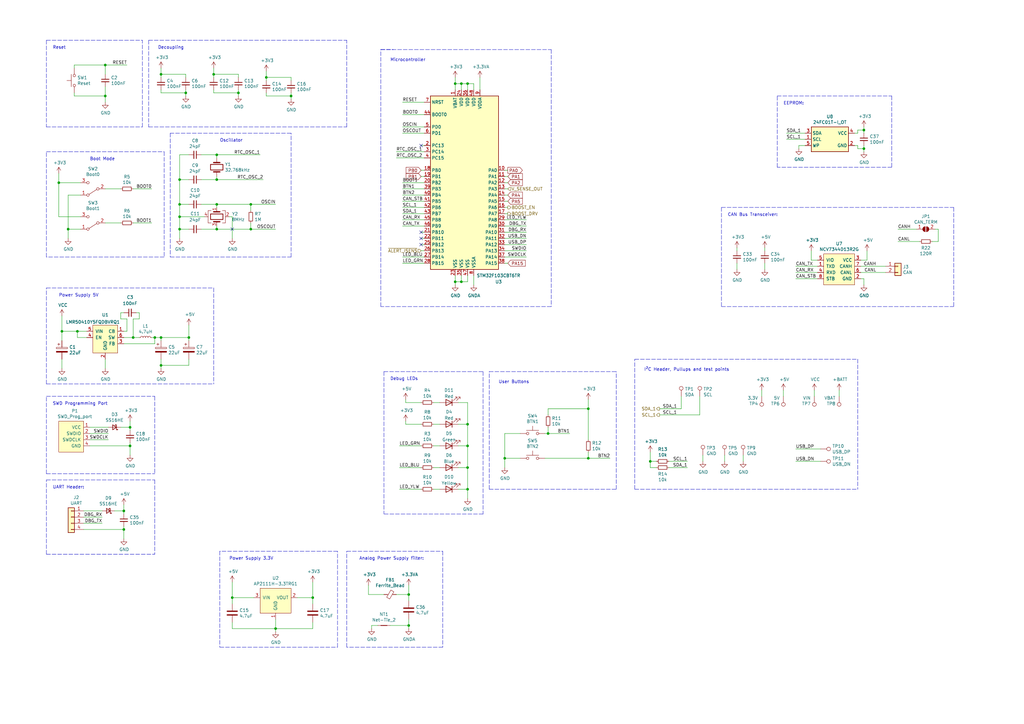
<source format=kicad_sch>
(kicad_sch (version 20211123) (generator eeschema)
  (paper "A3")
  (title_block (title "MPPT") (date "2020-11-16") (rev "Rev 2.1") (comment 1 "Wilhelm Zeuschner") (comment 2 "MPPT Solarboot Team HS Emden"))
  (junction (at 73.66 73.66))
  (junction (at 191.77 200.66))
  (junction (at 186.69 115.57))
  (junction (at 66.04 138.43))
  (junction (at 73.66 88.9))
  (junction (at 73.66 83.82))
  (junction (at 191.77 173.99))
  (junction (at 189.23 115.57))
  (junction (at 97.79 38.1))
  (junction (at 95.25 245.11))
  (junction (at 43.18 26.67))
  (junction (at 31.75 135.89))
  (junction (at 50.8 217.17))
  (junction (at 76.2 38.1))
  (junction (at 66.04 30.48))
  (junction (at 128.27 245.11))
  (junction (at 73.66 93.98))
  (junction (at 87.63 30.48))
  (junction (at 191.77 34.29))
  (junction (at 109.22 31.75))
  (junction (at 102.87 83.82))
  (junction (at 25.4 135.89))
  (junction (at 354.33 53.34))
  (junction (at 53.34 182.88))
  (junction (at 88.9 83.82))
  (junction (at 191.77 191.77))
  (junction (at 27.94 93.98))
  (junction (at 53.34 175.26))
  (junction (at 119.38 39.37))
  (junction (at 191.77 182.88))
  (junction (at 63.5 138.43))
  (junction (at 102.87 93.98))
  (junction (at 186.69 34.29))
  (junction (at 54.61 138.43))
  (junction (at 266.7 189.23))
  (junction (at 113.03 257.81))
  (junction (at 167.64 256.54))
  (junction (at 354.33 60.96))
  (junction (at 43.18 39.37))
  (junction (at 50.8 209.55))
  (junction (at 241.3 187.96))
  (junction (at 88.9 63.5))
  (junction (at 66.04 149.86))
  (junction (at 167.64 243.84))
  (junction (at 77.47 138.43))
  (junction (at 88.9 73.66))
  (junction (at 241.3 167.64))
  (junction (at 88.9 93.98))
  (junction (at 207.01 187.96))
  (junction (at 24.13 74.93))
  (junction (at 189.23 34.29))
  (junction (at 224.79 177.8))
  (no_connect (at 172.72 100.33))
  (no_connect (at 95.25 93.98))
  (no_connect (at 172.72 59.69))
  (no_connect (at 172.72 95.25))
  (no_connect (at 172.72 97.79))
  (wire (pts (xy 163.83 182.88) (xy 172.72 182.88)))
  (polyline (pts (xy 19.05 227.33) (xy 19.05 196.85)))
  (wire (pts (xy 102.87 83.82) (xy 113.03 83.82)))
  (wire (pts (xy 326.39 114.3) (xy 335.28 114.3)))
  (polyline (pts (xy 198.12 210.82) (xy 157.48 210.82)))
  (polyline (pts (xy 19.05 16.51) (xy 58.42 16.51)))
  (wire (pts (xy 207.01 77.47) (xy 208.28 77.47)))
  (polyline (pts (xy 260.35 200.66) (xy 351.79 200.66)))
  (wire (pts (xy 274.32 191.77) (xy 281.94 191.77)))
  (polyline (pts (xy 138.43 265.43) (xy 138.43 226.06)))
  (wire (pts (xy 191.77 191.77) (xy 191.77 200.66)))
  (wire (pts (xy 186.69 34.29) (xy 186.69 36.83)))
  (wire (pts (xy 52.07 135.89) (xy 52.07 130.81)))
  (wire (pts (xy 332.74 106.68) (xy 335.28 106.68)))
  (wire (pts (xy 187.96 165.1) (xy 191.77 165.1)))
  (polyline (pts (xy 142.24 226.06) (xy 181.61 226.06)))
  (wire (pts (xy 66.04 30.48) (xy 76.2 30.48)))
  (polyline (pts (xy 198.12 152.4) (xy 198.12 210.82)))
  (wire (pts (xy 73.66 73.66) (xy 73.66 83.82)))
  (wire (pts (xy 191.77 182.88) (xy 187.96 182.88)))
  (wire (pts (xy 167.64 240.03) (xy 167.64 243.84)))
  (wire (pts (xy 322.58 57.15) (xy 330.2 57.15)))
  (wire (pts (xy 207.01 92.71) (xy 215.9 92.71)))
  (wire (pts (xy 166.37 172.72) (xy 166.37 173.99)))
  (polyline (pts (xy 200.66 152.4) (xy 252.73 152.4)))
  (wire (pts (xy 196.85 31.75) (xy 196.85 36.83)))
  (wire (pts (xy 109.22 31.75) (xy 119.38 31.75)))
  (polyline (pts (xy 156.21 125.73) (xy 156.21 20.32)))
  (wire (pts (xy 207.01 69.85) (xy 208.28 69.85)))
  (wire (pts (xy 173.99 95.25) (xy 172.72 95.25)))
  (wire (pts (xy 368.3 99.06) (xy 377.19 99.06)))
  (wire (pts (xy 165.1 87.63) (xy 173.99 87.63)))
  (wire (pts (xy 93.98 88.9) (xy 95.25 88.9)))
  (wire (pts (xy 207.01 85.09) (xy 208.28 85.09)))
  (wire (pts (xy 177.8 182.88) (xy 180.34 182.88)))
  (wire (pts (xy 165.1 80.01) (xy 173.99 80.01)))
  (polyline (pts (xy 19.05 62.23) (xy 67.31 62.23)))
  (wire (pts (xy 172.72 72.39) (xy 173.99 72.39)))
  (wire (pts (xy 73.66 63.5) (xy 73.66 73.66)))
  (wire (pts (xy 266.7 185.42) (xy 266.7 189.23)))
  (wire (pts (xy 97.79 38.1) (xy 97.79 36.83)))
  (wire (pts (xy 224.79 167.64) (xy 241.3 167.64)))
  (wire (pts (xy 77.47 139.7) (xy 77.47 138.43)))
  (wire (pts (xy 82.55 63.5) (xy 88.9 63.5)))
  (wire (pts (xy 95.25 238.76) (xy 95.25 245.11)))
  (wire (pts (xy 46.99 209.55) (xy 50.8 209.55)))
  (wire (pts (xy 344.17 160.02) (xy 344.17 162.56)))
  (polyline (pts (xy 157.48 152.4) (xy 198.12 152.4)))
  (wire (pts (xy 76.2 30.48) (xy 76.2 31.75)))
  (wire (pts (xy 119.38 31.75) (xy 119.38 33.02)))
  (polyline (pts (xy 19.05 194.31) (xy 19.05 162.56)))
  (wire (pts (xy 66.04 147.32) (xy 66.04 149.86)))
  (wire (pts (xy 43.18 35.56) (xy 43.18 39.37)))
  (wire (pts (xy 109.22 33.02) (xy 109.22 31.75)))
  (wire (pts (xy 191.77 182.88) (xy 191.77 191.77)))
  (wire (pts (xy 128.27 257.81) (xy 128.27 255.27)))
  (wire (pts (xy 24.13 88.9) (xy 33.02 88.9)))
  (polyline (pts (xy 60.96 52.07) (xy 142.24 52.07)))
  (wire (pts (xy 270.51 170.18) (xy 287.02 170.18)))
  (polyline (pts (xy 63.5 196.85) (xy 63.5 227.33)))
  (wire (pts (xy 66.04 138.43) (xy 77.47 138.43)))
  (polyline (pts (xy 19.05 194.31) (xy 63.5 194.31)))
  (wire (pts (xy 191.77 200.66) (xy 191.77 204.47)))
  (wire (pts (xy 88.9 63.5) (xy 88.9 64.77)))
  (polyline (pts (xy 200.66 200.66) (xy 200.66 152.4)))
  (wire (pts (xy 186.69 115.57) (xy 186.69 116.84)))
  (wire (pts (xy 53.34 175.26) (xy 53.34 172.72)))
  (wire (pts (xy 88.9 83.82) (xy 88.9 85.09)))
  (wire (pts (xy 53.34 182.88) (xy 53.34 186.69)))
  (wire (pts (xy 87.63 31.75) (xy 87.63 30.48)))
  (wire (pts (xy 194.31 34.29) (xy 194.31 36.83)))
  (wire (pts (xy 353.06 114.3) (xy 354.33 114.3)))
  (wire (pts (xy 77.47 149.86) (xy 77.47 147.32)))
  (wire (pts (xy 151.13 240.03) (xy 151.13 243.84)))
  (wire (pts (xy 191.77 34.29) (xy 191.77 36.83)))
  (wire (pts (xy 66.04 27.94) (xy 66.04 30.48)))
  (wire (pts (xy 43.18 147.32) (xy 43.18 151.13)))
  (wire (pts (xy 165.1 105.41) (xy 173.99 105.41)))
  (wire (pts (xy 82.55 83.82) (xy 88.9 83.82)))
  (wire (pts (xy 287.02 170.18) (xy 287.02 162.56)))
  (wire (pts (xy 76.2 38.1) (xy 76.2 36.83)))
  (polyline (pts (xy 226.06 20.32) (xy 226.06 125.73)))
  (wire (pts (xy 207.01 191.77) (xy 207.01 187.96)))
  (wire (pts (xy 186.69 34.29) (xy 189.23 34.29)))
  (wire (pts (xy 104.14 245.11) (xy 95.25 245.11)))
  (polyline (pts (xy 365.76 39.37) (xy 365.76 68.58)))
  (wire (pts (xy 384.81 99.06) (xy 384.81 93.98)))
  (wire (pts (xy 194.31 113.03) (xy 194.31 116.84)))
  (wire (pts (xy 326.39 109.22) (xy 335.28 109.22)))
  (polyline (pts (xy 138.43 226.06) (xy 90.17 226.06)))
  (wire (pts (xy 165.1 82.55) (xy 173.99 82.55)))
  (wire (pts (xy 189.23 115.57) (xy 191.77 115.57)))
  (wire (pts (xy 88.9 83.82) (xy 102.87 83.82)))
  (wire (pts (xy 43.18 26.67) (xy 43.18 30.48)))
  (wire (pts (xy 128.27 245.11) (xy 121.92 245.11)))
  (wire (pts (xy 163.83 200.66) (xy 172.72 200.66)))
  (wire (pts (xy 119.38 39.37) (xy 119.38 38.1)))
  (polyline (pts (xy 19.05 196.85) (xy 63.5 196.85)))
  (wire (pts (xy 102.87 93.98) (xy 113.03 93.98)))
  (wire (pts (xy 351.79 60.96) (xy 354.33 60.96)))
  (wire (pts (xy 177.8 173.99) (xy 180.34 173.99)))
  (wire (pts (xy 53.34 176.53) (xy 53.34 175.26)))
  (wire (pts (xy 152.4 257.81) (xy 152.4 256.54)))
  (wire (pts (xy 353.06 111.76) (xy 363.22 111.76)))
  (wire (pts (xy 119.38 40.64) (xy 119.38 39.37)))
  (polyline (pts (xy 19.05 162.56) (xy 63.5 162.56)))
  (wire (pts (xy 44.45 175.26) (xy 36.83 175.26)))
  (wire (pts (xy 215.9 95.25) (xy 207.01 95.25)))
  (wire (pts (xy 167.64 256.54) (xy 167.64 257.81)))
  (wire (pts (xy 50.8 210.82) (xy 50.8 209.55)))
  (wire (pts (xy 43.18 91.44) (xy 49.53 91.44)))
  (polyline (pts (xy 295.91 85.09) (xy 391.16 85.09)))
  (polyline (pts (xy 19.05 52.07) (xy 58.42 52.07)))
  (polyline (pts (xy 90.17 265.43) (xy 138.43 265.43)))
  (wire (pts (xy 30.48 38.1) (xy 30.48 39.37)))
  (wire (pts (xy 50.8 140.97) (xy 63.5 140.97)))
  (wire (pts (xy 77.47 138.43) (xy 77.47 133.35)))
  (wire (pts (xy 25.4 147.32) (xy 25.4 151.13)))
  (wire (pts (xy 191.77 165.1) (xy 191.77 173.99)))
  (wire (pts (xy 27.94 80.01) (xy 33.02 80.01)))
  (wire (pts (xy 354.33 54.61) (xy 354.33 53.34)))
  (wire (pts (xy 41.91 209.55) (xy 34.29 209.55)))
  (wire (pts (xy 73.66 88.9) (xy 73.66 93.98)))
  (wire (pts (xy 187.96 200.66) (xy 191.77 200.66)))
  (wire (pts (xy 128.27 245.11) (xy 128.27 238.76)))
  (wire (pts (xy 66.04 36.83) (xy 66.04 38.1)))
  (wire (pts (xy 313.69 101.6) (xy 313.69 102.87)))
  (polyline (pts (xy 19.05 157.48) (xy 87.63 157.48)))
  (wire (pts (xy 66.04 38.1) (xy 76.2 38.1)))
  (wire (pts (xy 177.8 191.77) (xy 180.34 191.77)))
  (wire (pts (xy 191.77 173.99) (xy 191.77 182.88)))
  (wire (pts (xy 353.06 106.68) (xy 355.6 106.68)))
  (polyline (pts (xy 156.21 20.32) (xy 226.06 20.32)))
  (wire (pts (xy 24.13 74.93) (xy 33.02 74.93)))
  (wire (pts (xy 88.9 73.66) (xy 88.9 72.39)))
  (wire (pts (xy 95.25 257.81) (xy 113.03 257.81)))
  (polyline (pts (xy 63.5 162.56) (xy 63.5 194.31)))
  (polyline (pts (xy 19.05 105.41) (xy 19.05 62.23)))
  (polyline (pts (xy 119.38 105.41) (xy 119.38 54.61)))
  (wire (pts (xy 30.48 39.37) (xy 43.18 39.37)))
  (wire (pts (xy 54.61 130.81) (xy 54.61 138.43)))
  (polyline (pts (xy 295.91 125.73) (xy 391.16 125.73)))
  (wire (pts (xy 27.94 93.98) (xy 33.02 93.98)))
  (wire (pts (xy 35.56 138.43) (xy 31.75 138.43)))
  (wire (pts (xy 207.01 102.87) (xy 215.9 102.87)))
  (wire (pts (xy 172.72 69.85) (xy 173.99 69.85)))
  (wire (pts (xy 97.79 39.37) (xy 97.79 38.1)))
  (wire (pts (xy 34.29 217.17) (xy 50.8 217.17)))
  (wire (pts (xy 189.23 34.29) (xy 189.23 36.83)))
  (wire (pts (xy 57.15 138.43) (xy 54.61 138.43)))
  (wire (pts (xy 73.66 83.82) (xy 73.66 88.9)))
  (wire (pts (xy 384.81 99.06) (xy 382.27 99.06)))
  (wire (pts (xy 384.81 93.98) (xy 383.54 93.98)))
  (wire (pts (xy 49.53 128.27) (xy 50.8 128.27)))
  (wire (pts (xy 95.25 255.27) (xy 95.25 257.81)))
  (wire (pts (xy 274.32 189.23) (xy 281.94 189.23)))
  (wire (pts (xy 354.33 53.34) (xy 354.33 52.07)))
  (wire (pts (xy 326.39 111.76) (xy 335.28 111.76)))
  (wire (pts (xy 52.07 130.81) (xy 49.53 130.81)))
  (wire (pts (xy 302.26 101.6) (xy 302.26 102.87)))
  (wire (pts (xy 186.69 31.75) (xy 186.69 34.29)))
  (wire (pts (xy 207.01 100.33) (xy 215.9 100.33)))
  (wire (pts (xy 187.96 173.99) (xy 191.77 173.99)))
  (polyline (pts (xy 156.21 20.32) (xy 161.29 20.32)))
  (wire (pts (xy 77.47 73.66) (xy 73.66 73.66)))
  (wire (pts (xy 165.1 41.91) (xy 173.99 41.91)))
  (wire (pts (xy 27.94 93.98) (xy 27.94 80.01)))
  (wire (pts (xy 24.13 71.12) (xy 24.13 74.93)))
  (wire (pts (xy 350.52 59.69) (xy 351.79 59.69)))
  (wire (pts (xy 186.69 113.03) (xy 186.69 115.57)))
  (wire (pts (xy 88.9 93.98) (xy 102.87 93.98)))
  (wire (pts (xy 165.1 74.93) (xy 173.99 74.93)))
  (wire (pts (xy 241.3 187.96) (xy 250.19 187.96)))
  (wire (pts (xy 354.33 59.69) (xy 354.33 60.96)))
  (polyline (pts (xy 58.42 52.07) (xy 58.42 16.51)))
  (wire (pts (xy 160.02 256.54) (xy 167.64 256.54)))
  (wire (pts (xy 36.83 177.8) (xy 44.45 177.8)))
  (polyline (pts (xy 295.91 85.09) (xy 295.91 125.73)))
  (polyline (pts (xy 142.24 52.07) (xy 142.24 16.51)))
  (wire (pts (xy 88.9 63.5) (xy 106.68 63.5)))
  (wire (pts (xy 241.3 185.42) (xy 241.3 187.96)))
  (wire (pts (xy 87.63 30.48) (xy 87.63 27.94)))
  (wire (pts (xy 207.01 177.8) (xy 213.36 177.8)))
  (wire (pts (xy 57.15 130.81) (xy 54.61 130.81)))
  (wire (pts (xy 223.52 177.8) (xy 224.79 177.8)))
  (wire (pts (xy 87.63 38.1) (xy 97.79 38.1)))
  (wire (pts (xy 66.04 30.48) (xy 66.04 31.75)))
  (wire (pts (xy 43.18 77.47) (xy 49.53 77.47)))
  (wire (pts (xy 165.1 46.99) (xy 173.99 46.99)))
  (wire (pts (xy 312.42 160.02) (xy 312.42 162.56)))
  (wire (pts (xy 207.01 97.79) (xy 215.9 97.79)))
  (polyline (pts (xy 19.05 227.33) (xy 63.5 227.33)))
  (polyline (pts (xy 67.31 62.23) (xy 67.31 105.41)))
  (wire (pts (xy 165.1 90.17) (xy 173.99 90.17)))
  (wire (pts (xy 351.79 53.34) (xy 354.33 53.34)))
  (wire (pts (xy 336.55 189.23) (xy 326.39 189.23)))
  (wire (pts (xy 54.61 138.43) (xy 50.8 138.43)))
  (wire (pts (xy 30.48 26.67) (xy 43.18 26.67)))
  (wire (pts (xy 113.03 259.08) (xy 113.03 257.81)))
  (wire (pts (xy 77.47 83.82) (xy 73.66 83.82)))
  (wire (pts (xy 172.72 102.87) (xy 173.99 102.87)))
  (wire (pts (xy 97.79 30.48) (xy 97.79 31.75)))
  (polyline (pts (xy 87.63 118.11) (xy 87.63 157.48)))
  (wire (pts (xy 223.52 187.96) (xy 241.3 187.96)))
  (wire (pts (xy 43.18 41.91) (xy 43.18 39.37)))
  (polyline (pts (xy 181.61 265.43) (xy 142.24 265.43)))
  (wire (pts (xy 266.7 191.77) (xy 269.24 191.77)))
  (wire (pts (xy 95.25 88.9) (xy 95.25 97.79)))
  (wire (pts (xy 322.58 54.61) (xy 330.2 54.61)))
  (polyline (pts (xy 67.31 105.41) (xy 19.05 105.41)))
  (wire (pts (xy 207.01 80.01) (xy 208.28 80.01)))
  (wire (pts (xy 25.4 139.7) (xy 25.4 135.89)))
  (wire (pts (xy 351.79 54.61) (xy 350.52 54.61)))
  (wire (pts (xy 207.01 82.55) (xy 208.28 82.55)))
  (wire (pts (xy 270.51 167.64) (xy 279.4 167.64)))
  (wire (pts (xy 50.8 209.55) (xy 50.8 207.01)))
  (wire (pts (xy 207.01 72.39) (xy 208.28 72.39)))
  (wire (pts (xy 95.25 245.11) (xy 95.25 247.65)))
  (wire (pts (xy 162.56 243.84) (xy 167.64 243.84)))
  (wire (pts (xy 207.01 90.17) (xy 215.9 90.17)))
  (wire (pts (xy 241.3 167.64) (xy 241.3 180.34)))
  (wire (pts (xy 87.63 36.83) (xy 87.63 38.1)))
  (wire (pts (xy 88.9 93.98) (xy 88.9 92.71)))
  (wire (pts (xy 54.61 77.47) (xy 62.23 77.47)))
  (wire (pts (xy 165.1 85.09) (xy 173.99 85.09)))
  (wire (pts (xy 353.06 109.22) (xy 363.22 109.22)))
  (polyline (pts (xy 260.35 147.32) (xy 351.79 147.32)))
  (wire (pts (xy 31.75 138.43) (xy 31.75 135.89)))
  (wire (pts (xy 62.23 138.43) (xy 63.5 138.43)))
  (polyline (pts (xy 260.35 200.66) (xy 260.35 147.32)))
  (wire (pts (xy 166.37 165.1) (xy 172.72 165.1)))
  (wire (pts (xy 207.01 87.63) (xy 208.28 87.63)))
  (wire (pts (xy 351.79 53.34) (xy 351.79 54.61)))
  (wire (pts (xy 49.53 175.26) (xy 53.34 175.26)))
  (wire (pts (xy 355.6 106.68) (xy 355.6 102.87)))
  (polyline (pts (xy 226.06 125.73) (xy 156.21 125.73)))
  (polyline (pts (xy 60.96 16.51) (xy 142.24 16.51)))
  (polyline (pts (xy 351.79 147.32) (xy 351.79 200.66)))
  (wire (pts (xy 165.1 107.95) (xy 173.99 107.95)))
  (wire (pts (xy 34.29 212.09) (xy 41.91 212.09)))
  (wire (pts (xy 27.94 97.79) (xy 27.94 93.98)))
  (polyline (pts (xy 142.24 265.43) (xy 142.24 226.06)))
  (wire (pts (xy 25.4 129.54) (xy 25.4 135.89)))
  (wire (pts (xy 321.31 160.02) (xy 321.31 162.56)))
  (wire (pts (xy 269.24 189.23) (xy 266.7 189.23)))
  (wire (pts (xy 177.8 200.66) (xy 180.34 200.66)))
  (polyline (pts (xy 69.85 105.41) (xy 119.38 105.41)))
  (wire (pts (xy 297.18 189.23) (xy 297.18 186.69)))
  (wire (pts (xy 207.01 187.96) (xy 207.01 177.8)))
  (polyline (pts (xy 181.61 226.06) (xy 181.61 265.43)))
  (wire (pts (xy 189.23 113.03) (xy 189.23 115.57)))
  (wire (pts (xy 87.63 30.48) (xy 97.79 30.48)))
  (wire (pts (xy 36.83 182.88) (xy 53.34 182.88)))
  (wire (pts (xy 113.03 257.81) (xy 113.03 254)))
  (wire (pts (xy 166.37 163.83) (xy 166.37 165.1)))
  (wire (pts (xy 167.64 243.84) (xy 167.64 246.38)))
  (polyline (pts (xy 318.77 68.58) (xy 318.77 39.37)))
  (polyline (pts (xy 90.17 226.06) (xy 90.17 265.43)))
  (wire (pts (xy 44.45 180.34) (xy 36.83 180.34)))
  (wire (pts (xy 368.3 93.98) (xy 375.92 93.98)))
  (wire (pts (xy 77.47 63.5) (xy 73.66 63.5)))
  (wire (pts (xy 288.29 189.23) (xy 288.29 186.69)))
  (wire (pts (xy 162.56 64.77) (xy 173.99 64.77)))
  (wire (pts (xy 24.13 74.93) (xy 24.13 88.9)))
  (polyline (pts (xy 60.96 16.51) (xy 60.96 52.07)))
  (wire (pts (xy 189.23 34.29) (xy 191.77 34.29)))
  (wire (pts (xy 191.77 34.29) (xy 194.31 34.29)))
  (wire (pts (xy 102.87 83.82) (xy 102.87 86.36)))
  (wire (pts (xy 327.66 60.96) (xy 327.66 59.69)))
  (wire (pts (xy 332.74 102.87) (xy 332.74 106.68)))
  (wire (pts (xy 191.77 113.03) (xy 191.77 115.57)))
  (wire (pts (xy 224.79 167.64) (xy 224.79 170.18)))
  (polyline (pts (xy 69.85 54.61) (xy 69.85 105.41)))
  (wire (pts (xy 163.83 191.77) (xy 172.72 191.77)))
  (polyline (pts (xy 252.73 200.66) (xy 252.73 152.4)))
  (wire (pts (xy 25.4 135.89) (xy 31.75 135.89)))
  (wire (pts (xy 207.01 74.93) (xy 208.28 74.93)))
  (wire (pts (xy 327.66 59.69) (xy 330.2 59.69)))
  (polyline (pts (xy 19.05 157.48) (xy 19.05 118.11)))
  (wire (pts (xy 165.1 52.07) (xy 173.99 52.07)))
  (wire (pts (xy 279.4 162.56) (xy 279.4 167.64)))
  (wire (pts (xy 191.77 191.77) (xy 187.96 191.77)))
  (wire (pts (xy 172.72 100.33) (xy 173.99 100.33)))
  (wire (pts (xy 173.99 59.69) (xy 172.72 59.69)))
  (wire (pts (xy 30.48 27.94) (xy 30.48 26.67)))
  (wire (pts (xy 63.5 138.43) (xy 66.04 138.43)))
  (wire (pts (xy 88.9 73.66) (xy 107.95 73.66)))
  (polyline (pts (xy 200.66 200.66) (xy 252.73 200.66)))
  (wire (pts (xy 215.9 105.41) (xy 207.01 105.41)))
  (wire (pts (xy 109.22 39.37) (xy 119.38 39.37)))
  (wire (pts (xy 83.82 88.9) (xy 73.66 88.9)))
  (wire (pts (xy 73.66 93.98) (xy 77.47 93.98)))
  (wire (pts (xy 186.69 115.57) (xy 189.23 115.57)))
  (wire (pts (xy 351.79 59.69) (xy 351.79 60.96)))
  (polyline (pts (xy 119.38 54.61) (xy 69.85 54.61)))
  (wire (pts (xy 334.01 160.02) (xy 334.01 162.56)))
  (wire (pts (xy 207.01 107.95) (xy 208.28 107.95)))
  (wire (pts (xy 152.4 256.54) (xy 154.94 256.54)))
  (wire (pts (xy 54.61 91.44) (xy 62.23 91.44)))
  (wire (pts (xy 151.13 243.84) (xy 157.48 243.84)))
  (polyline (pts (xy 365.76 68.58) (xy 318.77 68.58)))
  (wire (pts (xy 109.22 38.1) (xy 109.22 39.37)))
  (wire (pts (xy 73.66 93.98) (xy 73.66 97.79)))
  (polyline (pts (xy 391.16 85.09) (xy 391.16 125.73)))
  (wire (pts (xy 49.53 130.81) (xy 49.53 128.27)))
  (wire (pts (xy 207.01 187.96) (xy 213.36 187.96)))
  (wire (pts (xy 50.8 217.17) (xy 50.8 220.98)))
  (wire (pts (xy 266.7 189.23) (xy 266.7 191.77)))
  (wire (pts (xy 354.33 60.96) (xy 354.33 62.23)))
  (wire (pts (xy 76.2 39.37) (xy 76.2 38.1)))
  (wire (pts (xy 177.8 165.1) (xy 180.34 165.1)))
  (polyline (pts (xy 157.48 152.4) (xy 157.48 210.82)))
  (wire (pts (xy 41.91 214.63) (xy 34.29 214.63)))
  (wire (pts (xy 66.04 138.43) (xy 66.04 139.7)))
  (wire (pts (xy 52.07 26.67) (xy 43.18 26.67)))
  (wire (pts (xy 166.37 173.99) (xy 172.72 173.99)))
  (polyline (pts (xy 318.77 39.37) (xy 365.76 39.37)))
  (wire (pts (xy 165.1 54.61) (xy 173.99 54.61)))
  (wire (pts (xy 55.88 128.27) (xy 57.15 128.27)))
  (wire (pts (xy 302.26 107.95) (xy 302.26 110.49)))
  (polyline (pts (xy 19.05 118.11) (xy 87.63 118.11)))
  (wire (pts (xy 63.5 140.97) (xy 63.5 138.43)))
  (wire (pts (xy 354.33 114.3) (xy 354.33 116.84)))
  (wire (pts (xy 102.87 93.98) (xy 102.87 91.44)))
  (wire (pts (xy 165.1 92.71) (xy 173.99 92.71)))
  (wire (pts (xy 336.55 184.15) (xy 326.39 184.15)))
  (wire (pts (xy 31.75 135.89) (xy 35.56 135.89)))
  (polyline (pts (xy 19.05 16.51) (xy 19.05 52.07)))
  (wire (pts (xy 50.8 135.89) (xy 52.07 135.89)))
  (wire (pts (xy 82.55 73.66) (xy 88.9 73.66)))
  (wire (pts (xy 241.3 163.83) (xy 241.3 167.64)))
  (wire (pts (xy 313.69 107.95) (xy 313.69 110.49)))
  (wire (pts (xy 57.15 128.27) (xy 57.15 130.81)))
  (wire (pts (xy 172.72 97.79) (xy 173.99 97.79)))
  (wire (pts (xy 113.03 257.81) (xy 128.27 257.81)))
  (wire (pts (xy 53.34 181.61) (xy 53.34 182.88)))
  (wire (pts (xy 304.8 189.23) (xy 304.8 186.69)))
  (wire (pts (xy 66.04 149.86) (xy 66.04 151.13)))
  (wire (pts (xy 224.79 175.26) (xy 224.79 177.8)))
  (wire (pts (xy 224.79 177.8) (xy 233.68 177.8)))
  (wire (pts (xy 109.22 31.75) (xy 109.22 29.21)))
  (wire (pts (xy 82.55 93.98) (xy 88.9 93.98)))
  (wire (pts (xy 167.64 254) (xy 167.64 256.54)))
  (wire (pts (xy 66.04 149.86) (xy 77.47 149.86)))
  (wire (pts (xy 50.8 215.9) (xy 50.8 217.17)))
  (wire (pts (xy 165.1 77.47) (xy 173.99 77.47)))
  (wire (pts (xy 162.56 62.23) (xy 173.99 62.23)))
  (wire (pts (xy 128.27 247.65) (xy 128.27 245.11)))
  (text "CAN Bus Transceiver:" (at 298.45 88.9 0) (effects (font (size 1.27 1.27)) (justify left bottom)))
  (text "EEPROM:" (at 321.31 43.18 0) (effects (font (size 1.27 1.27)) (justify left bottom)))
  (text "Power Supply 3.3V\n" (at 93.98 229.87 0) (effects (font (size 1.27 1.27)) (justify left bottom)))
  (text "Reset" (at 21.59 20.32 0) (effects (font (size 1.27 1.27)) (justify left bottom)))
  (text "User Buttons" (at 204.47 157.48 0) (effects (font (size 1.27 1.27)) (justify left bottom)))
  (text "Analog Power Supply filter:" (at 147.32 229.87 0) (effects (font (size 1.27 1.27)) (justify left bottom)))
  (text "Microcontroller" (at 160.02 25.4 0) (effects (font (size 1.27 1.27)) (justify left bottom)))
  (text "SWD Programming Port\n" (at 21.59 166.37 0) (effects (font (size 1.27 1.27)) (justify left bottom)))
  (text "Power Supply 5V\n" (at 24.13 121.92 0) (effects (font (size 1.27 1.27)) (justify left bottom)))
  (text "Boot Mode\n" (at 36.83 66.04 0) (effects (font (size 1.27 1.27)) (justify left bottom)))
  (text "Decoupling\n" (at 64.77 20.32 0) (effects (font (size 1.27 1.27)) (justify left bottom)))
  (text "UART Header:" (at 21.59 200.66 0) (effects (font (size 1.27 1.27)) (justify left bottom)))
  (text "Debug LEDs" (at 160.02 156.21 0) (effects (font (size 1.27 1.27)) (justify left bottom)))
  (text "I²C Header, Pullups and test points" (at 264.16 152.4 0) (effects (font (size 1.27 1.27)) (justify left bottom)))
  (text "Oscillator" (at 90.17 58.42 0) (effects (font (size 1.27 1.27)) (justify left bottom)))
  (label "CANL" (at 359.41 111.76 180))
  (label "RTC_OSC_1" (at 106.68 63.5 180))
  (label "CANH" (at 359.41 109.22 180))
  (label "SDA_1" (at 271.78 167.64 0))
  (label "CAN_TX" (at 165.1 92.71 0))
  (label "BOOT0" (at 62.23 77.47 180))
  (label "OSCOUT" (at 165.1 54.61 0))
  (label "USB_DP" (at 215.9 100.33 180))
  (label "LED_YLW" (at 163.83 200.66 0))
  (label "BTN2" (at 250.19 187.96 180))
  (label "DBG_RX" (at 41.91 212.09 180))
  (label "BTN1" (at 165.1 77.47 0))
  (label "DBG_TX" (at 41.91 214.63 180))
  (label "OSCOUT" (at 113.03 93.98 180))
  (label "SDA_1" (at 281.94 191.77 180))
  (label "BTN2" (at 165.1 80.01 0))
  (label "SWDCLK" (at 215.9 105.41 180))
  (label "USB_DN" (at 326.39 189.23 0))
  (label "SDA_1" (at 165.1 87.63 0))
  (label "RESET" (at 52.07 26.67 180))
  (label "CAN_TX" (at 326.39 109.22 0))
  (label "CAN_STB" (at 165.1 82.55 0))
  (label "SWDIO" (at 44.45 177.8 180))
  (label "USB_DP" (at 326.39 184.15 0))
  (label "RTC_OSC_2" (at 107.95 73.66 180))
  (label "LED_BLU" (at 163.83 191.77 0))
  (label "BOOT1" (at 165.1 74.93 0))
  (label "SWDIO" (at 215.9 102.87 180))
  (label "DBG_RX" (at 215.9 95.25 180))
  (label "OSCIN" (at 165.1 52.07 0))
  (label "CAN_STB" (at 326.39 114.3 0))
  (label "RTC_OSC_1" (at 162.56 62.23 0))
  (label "CAN_RX" (at 326.39 111.76 0))
  (label "OSCIN" (at 113.03 83.82 180))
  (label "RTC_OSC_2" (at 162.56 64.77 0))
  (label "SCL_1" (at 165.1 85.09 0))
  (label "LED_GRN" (at 165.1 107.95 0))
  (label "BOOT0" (at 165.1 46.99 0))
  (label "SWDCLK" (at 44.45 180.34 180))
  (label "CAN_RX" (at 165.1 90.17 0))
  (label "LED_BLU" (at 165.1 105.41 0))
  (label "SCL_1" (at 322.58 57.15 0))
  (label "CANH" (at 368.3 93.98 0))
  (label "BTN1" (at 233.68 177.8 180))
  (label "CANL" (at 368.3 99.06 0))
  (label "RESET" (at 165.1 41.91 0))
  (label "SCL_1" (at 271.78 170.18 0))
  (label "USB_DN" (at 215.9 97.79 180))
  (label "LED_GRN" (at 163.83 182.88 0))
  (label "SDA_1" (at 322.58 54.61 0))
  (label "DBG_TX" (at 215.9 92.71 180))
  (label "LED_YLW" (at 215.9 90.17 180))
  (label "BOOT1" (at 62.23 91.44 180))
  (label "SCL_1" (at 281.94 189.23 180))
  (global_label "PB1" (shape input) (at 172.72 72.39 180) (property "Intersheet References" "${INTERSHEET_REFS}" (effects hide)))
  (global_label "PA0" (shape output) (at 208.28 69.85 0) (property "Intersheet References" "${INTERSHEET_REFS}" (effects hide)))
  (global_label "PA2" (shape input) (at 208.28 74.93 0) (property "Intersheet References" "${INTERSHEET_REFS}" (effects hide)))
  (global_label "PB0" (shape input) (at 172.72 69.85 180) (property "Intersheet References" "${INTERSHEET_REFS}" (effects hide)))
  (global_label "PA15" (shape input) (at 208.28 107.95 0) (property "Intersheet References" "${INTERSHEET_REFS}" (effects hide)))
  (global_label "PA5" (shape input) (at 208.28 82.55 0) (property "Intersheet References" "${INTERSHEET_REFS}" (effects hide)))
  (global_label "PA1" (shape input) (at 208.28 72.39 0) (property "Intersheet References" "${INTERSHEET_REFS}" (effects hide)))
  (global_label "PA4" (shape input) (at 208.28 80.01 0) (property "Intersheet References" "${INTERSHEET_REFS}" (effects hide)))
  (hierarchical_label "SDA_1" (shape output) (at 270.51 167.64 180))
  (hierarchical_label "BOOST_EN" (shape output) (at 208.28 85.09 0))
  (hierarchical_label "SCL_1" (shape output) (at 270.51 170.18 180))
  (hierarchical_label "V_SENSE_OUT" (shape input) (at 208.28 77.47 0))
  (hierarchical_label "~{ALERT_ISENS}" (shape input) (at 172.72 102.87 180))
  (hierarchical_label "BOOST_DRV" (shape output) (at 208.28 87.63 0))
  (symbol (lib_id "Device:C_Small") (at 76.2 34.29 0) (unit 1)
    (property "Reference" "C6" (at 78.5368 33.1216 0) (effects (justify left)))
    (property "Value" "100nF" (at 78.5368 35.433 0) (effects (justify left)))
    (property "Footprint" "Capacitor_SMD:C_0603_1608Metric" (effects hide))
    (property "Datasheet" "https://www.digikey.ch/product-detail/en/samsung-electro-mechanics/CL10B104KB8NNNL/1276-CL10B104KB8NNNLCT-ND/10320686" (effects hide))
    (property "Manufacturer Part Number" "LMK063C6104KP-F" (effects hide))
    (property "Digikey Part No" "1276-CL10B104KB8NNNLCT-ND" (effects hide))
  )
  (symbol (lib_id "Device:C_Small") (at 87.63 34.29 0) (unit 1)
    (property "Reference" "C12" (at 89.9668 33.1216 0) (effects (justify left)))
    (property "Value" "100nF" (at 89.9668 35.433 0) (effects (justify left)))
    (property "Footprint" "Capacitor_SMD:C_0603_1608Metric" (effects hide))
    (property "Datasheet" "https://www.digikey.ch/product-detail/en/samsung-electro-mechanics/CL10B104KB8NNNL/1276-CL10B104KB8NNNLCT-ND/10320686" (effects hide))
    (property "Manufacturer Part Number" "LMK063C6104KP-F" (effects hide))
    (property "Digikey Part No" "1276-CL10B104KB8NNNLCT-ND" (effects hide))
  )
  (symbol (lib_id "Device:C_Small") (at 97.79 34.29 0) (unit 1)
    (property "Reference" "C13" (at 100.1268 33.1216 0) (effects (justify left)))
    (property "Value" "100nF" (at 100.1268 35.433 0) (effects (justify left)))
    (property "Footprint" "Capacitor_SMD:C_0603_1608Metric" (effects hide))
    (property "Datasheet" "https://www.digikey.ch/product-detail/en/samsung-electro-mechanics/CL10B104KB8NNNL/1276-CL10B104KB8NNNLCT-ND/10320686" (effects hide))
    (property "Manufacturer Part Number" "LMK063C6104KP-F" (effects hide))
    (property "Digikey Part No" "1276-CL10B104KB8NNNLCT-ND" (effects hide))
  )
  (symbol (lib_id "power:GND") (at 119.38 40.64 0) (unit 1)
    (property "Reference" "#PWR027" (effects hide))
    (property "Value" "GND" (at 119.507 45.0342 0))
  )
  (symbol (lib_id "power:+3.3V") (at 109.22 29.21 0) (unit 1)
    (property "Reference" "#PWR025" (effects hide))
    (property "Value" "+3.3V" (at 109.601 24.8158 0))
  )
  (symbol (lib_id "Device:C_Small") (at 109.22 35.56 0) (unit 1)
    (property "Reference" "C14" (at 111.5568 34.3916 0) (effects (justify left)))
    (property "Value" "100nF" (at 111.5568 36.703 0) (effects (justify left)))
    (property "Footprint" "Capacitor_SMD:C_0603_1608Metric" (effects hide))
    (property "Datasheet" "https://www.digikey.ch/product-detail/en/samsung-electro-mechanics/CL10B104KB8NNNL/1276-CL10B104KB8NNNLCT-ND/10320686" (effects hide))
    (property "Manufacturer Part Number" "LMK063C6104KP-F" (effects hide))
    (property "Digikey Part No" "1276-CL10B104KB8NNNLCT-ND" (effects hide))
  )
  (symbol (lib_id "Device:C_Small") (at 119.38 35.56 0) (unit 1)
    (property "Reference" "C16" (at 121.7168 34.3916 0) (effects (justify left)))
    (property "Value" "100nF" (at 121.7168 36.703 0) (effects (justify left)))
    (property "Footprint" "Capacitor_SMD:C_0603_1608Metric" (effects hide))
    (property "Datasheet" "https://www.digikey.ch/product-detail/en/samsung-electro-mechanics/CL10B104KB8NNNL/1276-CL10B104KB8NNNLCT-ND/10320686" (effects hide))
    (property "Manufacturer Part Number" "LMK063C6104KP-F" (effects hide))
    (property "Digikey Part No" "1276-CL10B104KB8NNNLCT-ND" (effects hide))
  )
  (symbol (lib_id "Device:C_Small") (at 43.18 33.02 0) (unit 1)
    (property "Reference" "C2" (at 45.5168 31.8516 0) (effects (justify left)))
    (property "Value" "100nF" (at 45.5168 34.163 0) (effects (justify left)))
    (property "Footprint" "Capacitor_SMD:C_0603_1608Metric" (effects hide))
    (property "Datasheet" "https://www.digikey.ch/product-detail/en/samsung-electro-mechanics/CL10B104KB8NNNL/1276-CL10B104KB8NNNLCT-ND/10320686" (effects hide))
    (property "Manufacturer Part Number" "LMK063C6104KP-F" (effects hide))
    (property "Digikey Part No" "1276-CL10B104KB8NNNLCT-ND" (effects hide))
  )
  (symbol (lib_id "Device:C_Small") (at 53.34 128.27 90) (unit 1)
    (property "Reference" "C3" (at 53.34 121.92 90))
    (property "Value" "100nF" (at 53.34 124.46 90))
    (property "Footprint" "Capacitor_SMD:C_0603_1608Metric" (effects hide))
    (property "Datasheet" "https://www.digikey.ch/product-detail/en/samsung-electro-mechanics/CL10B104KB8NNNL/1276-CL10B104KB8NNNLCT-ND/10320686" (effects hide))
    (property "Manufacturer Part Number" "LMK063C6104KP-F" (effects hide))
    (property "Digikey Part No" "1276-CL10B104KB8NNNLCT-ND" (effects hide))
  )
  (symbol (lib_id "MCU_ST_STM32F1:STM32F103CBTx") (at 191.77 74.93 0) (unit 1)
    (property "Reference" "U3" (at 204.47 115.57 0))
    (property "Value" "STM32F103CBT6TR" (at 204.47 113.03 0))
    (property "Footprint" "Package_QFP:LQFP-48_7x7mm_P0.5mm" (effects hide))
    (property "Datasheet" "https://www.digikey.de/product-detail/en/stmicroelectronics/STM32F103CBT6TR/497-17380-1-ND/7650389" (effects hide))
    (property "Digikey Part No" "497-17380-1-ND" (effects hide))
    (property "Manufacturer Part Number" "STM32F103CBT6TR" (effects hide))
  )
  (symbol (lib_id "Switch:SW_Push") (at 30.48 33.02 90) (unit 1)
    (property "Reference" "SW1" (at 31.6992 31.8516 90) (effects (justify right)))
    (property "Value" "Reset" (at 31.6992 34.163 90) (effects (justify right)))
    (property "Footprint" "MPPT_Solar_KiCAD:SW_SPST_EVQPE1" (effects hide))
    (property "Datasheet" "https://www.digikey.de/product-detail/en/c-k/PTS636-SM43J-SMTR-LFS/CKN12317-1-ND/10071752" (effects hide))
    (property "Digikey Part No" "CKN12317-1-ND" (effects hide))
    (property "Manufacturer Part Number" "CKN12317-1-ND" (effects hide))
  )
  (symbol (lib_id "power:GND") (at 43.18 41.91 0) (unit 1)
    (property "Reference" "#PWR013" (effects hide))
    (property "Value" "GND" (at 43.307 46.3042 0))
  )
  (symbol (lib_id "Switch:SW_SPDT") (at 38.1 77.47 180) (unit 1)
    (property "Reference" "SW2" (at 38.1 69.215 0))
    (property "Value" "Boot0" (at 38.1 71.5264 0))
    (property "Footprint" "MPPT_Solar_KiCAD:SW_JS202011JCQN" (effects hide))
    (property "Datasheet" "https://www.digikey.de/product-detail/en/c-k/JS202011JCQN/CKN10723CT-ND/6137637" (effects hide))
    (property "Digikey Part No" "CKN10723CT-ND" (effects hide))
    (property "Manufacturer Part Number" "JS202011JCQN" (effects hide))
  )
  (symbol (lib_id "Switch:SW_SPDT") (at 38.1 91.44 180) (unit 1)
    (property "Reference" "SW3" (at 38.1 83.185 0))
    (property "Value" "Boot1" (at 38.1 85.4964 0))
    (property "Footprint" "MPPT_Solar_KiCAD:SW_JS202011JCQN" (effects hide))
    (property "Datasheet" "https://www.digikey.de/product-detail/en/c-k/JS202011JCQN/CKN10723CT-ND/6137637" (effects hide))
    (property "Digikey Part No" "CKN10723CT-ND" (effects hide))
    (property "Manufacturer Part Number" "JS202011JCQN" (effects hide))
  )
  (symbol (lib_id "power:+3.3V") (at 24.13 71.12 0) (unit 1)
    (property "Reference" "#PWR08" (effects hide))
    (property "Value" "+3.3V" (at 24.511 66.7258 0))
  )
  (symbol (lib_id "power:GND") (at 27.94 97.79 0) (unit 1)
    (property "Reference" "#PWR010" (effects hide))
    (property "Value" "GND" (at 28.067 102.1842 0))
  )
  (symbol (lib_id "Device:L_Small") (at 59.69 138.43 90) (unit 1)
    (property "Reference" "L1" (at 59.69 133.731 90))
    (property "Value" "4.7uH" (at 59.69 136.0424 90))
    (property "Footprint" "MPPT_Solar_KiCAD:60x60mm_Inductor" (effects hide))
    (property "Datasheet" "https://www.digikey.de/product-detail/en/taiyo-yuden/NRS6028T4R7MMGK/587-2943-1-ND/2666048" (effects hide))
    (property "Manufacturer Part Number" "NRS6028T4R7MMGK" (effects hide))
    (property "Digikey Part No" "587-2943-1-ND" (effects hide))
  )
  (symbol (lib_id "Device:CP") (at 77.47 143.51 0) (unit 1)
    (property "Reference" "C7" (at 80.4672 142.3416 0) (effects (justify left)))
    (property "Value" "22uF" (at 80.4672 144.653 0) (effects (justify left)))
    (property "Footprint" "Capacitor_SMD:CP_Elec_5x5.9" (effects hide))
    (property "Datasheet" "https://www.digikey.de/product-detail/en/panasonic-electronic-components/EEE-FT1H220AR/PCE5022CT-ND/2652077" (effects hide))
    (property "Manufacturer Part Number" "865080643008" (effects hide))
    (property "Digikey Part No" "PCE5022CT-ND" (effects hide))
  )
  (symbol (lib_id "Device:CP") (at 66.04 143.51 0) (unit 1)
    (property "Reference" "C5" (at 69.0372 142.3416 0) (effects (justify left)))
    (property "Value" "22uF" (at 69.0372 144.653 0) (effects (justify left)))
    (property "Footprint" "Capacitor_SMD:CP_Elec_5x5.9" (effects hide))
    (property "Datasheet" "https://www.digikey.de/product-detail/en/panasonic-electronic-components/EEE-FT1H220AR/PCE5022CT-ND/2652077" (effects hide))
    (property "Manufacturer Part Number" "865080643008" (effects hide))
    (property "Digikey Part No" "PCE5022CT-ND" (effects hide))
  )
  (symbol (lib_id "power:GND") (at 25.4 151.13 0) (unit 1)
    (property "Reference" "#PWR09" (effects hide))
    (property "Value" "GND" (at 25.527 155.5242 0))
  )
  (symbol (lib_id "power:GND") (at 43.18 151.13 0) (unit 1)
    (property "Reference" "#PWR014" (effects hide))
    (property "Value" "GND" (at 43.307 155.5242 0))
  )
  (symbol (lib_id "power:GND") (at 66.04 151.13 0) (unit 1)
    (property "Reference" "#PWR017" (effects hide))
    (property "Value" "GND" (at 66.167 155.5242 0))
  )
  (symbol (lib_id "Device:Crystal") (at 88.9 68.58 270) (unit 1)
    (property "Reference" "Y1" (at 92.2274 67.4116 90) (effects (justify left)))
    (property "Value" "32.768kHz" (at 92.2274 69.723 90) (effects (justify left)))
    (property "Footprint" "Crystal:Crystal_SMD_MicroCrystal_CC7V-T1A-2Pin_3.2x1.5mm" (effects hide))
    (property "Datasheet" "https://www.digikey.de/product-detail/en/epson/FC-135R-32-7680KF-A3/SER4076CT-ND/5604232" (effects hide))
    (property "Manufacturer Part Number" "FC-135R 32.7680KF-A3" (effects hide))
    (property "Digikey Part No" "SER4076CT-ND" (effects hide))
  )
  (symbol (lib_id "Device:Crystal_GND24") (at 88.9 88.9 270) (unit 1)
    (property "Reference" "Y2" (at 95.0976 87.7316 90) (effects (justify left)))
    (property "Value" "8MHz" (at 95.0976 90.043 90) (effects (justify left)))
    (property "Footprint" "Crystal:Crystal_SMD_3225-4Pin_3.2x2.5mm" (effects hide))
    (property "Datasheet" "https://www.digikey.de/product-detail/en/ecs-inc/ECS-80-12-33Q-GN-TR/50-ECS-80-12-33Q-GN-CT-ND/12088513" (effects hide))
    (property "Manufacturer Part Number" "ECS-80-12-33Q-GN-TR" (effects hide))
    (property "Digikey Part No" "50-ECS-80-12-33Q-GN-CT-ND" (effects hide))
  )
  (symbol (lib_id "Device:C_Small") (at 80.01 63.5 270) (unit 1)
    (property "Reference" "C8" (at 80.01 57.6834 90))
    (property "Value" "24pF" (at 80.01 59.9948 90))
    (property "Footprint" "Capacitor_SMD:C_0603_1608Metric" (effects hide))
    (property "Datasheet" "https://www.digikey.ch/product-detail/en/samsung-electro-mechanics/CL10C240JB8NNNC/1276-1761-1-ND/3889847" (effects hide))
    (property "Manufacturer Part Number" "80-C0603C240G1HACTU" (effects hide))
    (property "Digikey Part No" "1276-1761-1-ND" (effects hide))
  )
  (symbol (lib_id "Device:C_Small") (at 80.01 73.66 270) (unit 1)
    (property "Reference" "C9" (at 80.01 67.8434 90))
    (property "Value" "24pF" (at 80.01 70.1548 90))
    (property "Footprint" "Capacitor_SMD:C_0603_1608Metric" (effects hide))
    (property "Datasheet" "https://www.digikey.ch/product-detail/en/samsung-electro-mechanics/CL10C240JB8NNNC/1276-1761-1-ND/3889847" (effects hide))
    (property "Manufacturer Part Number" "80-C0603C240G1HACTU" (effects hide))
    (property "Digikey Part No" "1276-1761-1-ND" (effects hide))
  )
  (symbol (lib_id "power:GND") (at 73.66 97.79 0) (unit 1)
    (property "Reference" "#PWR018" (effects hide))
    (property "Value" "GND" (at 73.787 102.1842 0))
  )
  (symbol (lib_id "Device:R_Small") (at 102.87 88.9 0) (unit 1)
    (property "Reference" "R7" (at 104.3686 87.7316 0) (effects (justify left)))
    (property "Value" "1M" (at 104.3686 90.043 0) (effects (justify left)))
    (property "Footprint" "Resistor_SMD:R_0603_1608Metric" (effects hide))
    (property "Datasheet" "https://www.mouser.de/ProductDetail/Yageo/RC0603FR-071ML?qs=sGAEpiMZZMvdGkrng054t8Tx25L%252BvTaRDEm8ppXZSz4%3D" (effects hide))
    (property "Manufacturer Part Number" "RC0603FR-071ML" (effects hide))
    (property "Digikey Part No" "311-1.00MHRCT-ND" (effects hide))
  )
  (symbol (lib_id "MPPT_Solar_lib:SWD_Prog_port") (at 29.21 179.07 0) (unit 1)
    (property "Reference" "P1" (at 30.6832 168.529 0))
    (property "Value" "SWD_Prog_port" (at 30.6832 170.8404 0))
    (property "Footprint" "Connector_PinSocket_2.54mm:PinSocket_1x04_P2.54mm_Vertical" (effects hide))
    (property "Datasheet" "https://www.digikey.de/product-detail/en/adam-tech/RS1-04-G/2057-RS1-04-G-ND/9829303" (effects hide))
    (property "Digikey Part No" "2057-RS1-04-G-ND" (effects hide))
    (property "Manufacturer Part Number" "RS1-04-G" (effects hide))
  )
  (symbol (lib_id "power:GND") (at 53.34 186.69 0) (unit 1)
    (property "Reference" "#PWR023" (effects hide))
    (property "Value" "GND" (at 53.467 191.0842 0))
  )
  (symbol (lib_id "power:+3.3V") (at 53.34 172.72 0) (unit 1)
    (property "Reference" "#PWR022" (effects hide))
    (property "Value" "+3.3V" (at 53.721 168.3258 0))
  )
  (symbol (lib_id "Device:C_Small") (at 66.04 34.29 0) (unit 1)
    (property "Reference" "C4" (at 68.3768 33.1216 0) (effects (justify left)))
    (property "Value" "100nF" (at 68.3768 35.433 0) (effects (justify left)))
    (property "Footprint" "Capacitor_SMD:C_0603_1608Metric" (effects hide))
    (property "Datasheet" "https://www.digikey.ch/product-detail/en/samsung-electro-mechanics/CL10B104KB8NNNL/1276-CL10B104KB8NNNLCT-ND/10320686" (effects hide))
    (property "Manufacturer Part Number" "LMK063C6104KP-F" (effects hide))
    (property "Digikey Part No" "1276-CL10B104KB8NNNLCT-ND" (effects hide))
  )
  (symbol (lib_id "power:GND") (at 97.79 39.37 0) (unit 1)
    (property "Reference" "#PWR024" (effects hide))
    (property "Value" "GND" (at 97.917 43.7642 0))
  )
  (symbol (lib_id "power:GND") (at 76.2 39.37 0) (unit 1)
    (property "Reference" "#PWR019" (effects hide))
    (property "Value" "GND" (at 76.327 43.7642 0))
  )
  (symbol (lib_id "power:+3.3V") (at 66.04 27.94 0) (unit 1)
    (property "Reference" "#PWR016" (effects hide))
    (property "Value" "+3.3V" (at 66.421 23.5458 0))
  )
  (symbol (lib_id "power:+3.3V") (at 87.63 27.94 0) (unit 1)
    (property "Reference" "#PWR021" (effects hide))
    (property "Value" "+3.3V" (at 88.011 23.5458 0))
  )
  (symbol (lib_id "power:GND") (at 186.69 116.84 0) (unit 1)
    (property "Reference" "#PWR034" (effects hide))
    (property "Value" "GND" (at 186.817 121.2342 0))
  )
  (symbol (lib_id "power:+3.3V") (at 186.69 31.75 0) (unit 1)
    (property "Reference" "#PWR033" (effects hide))
    (property "Value" "+3.3V" (at 187.071 27.3558 0))
  )
  (symbol (lib_id "power:+5V") (at 77.47 133.35 0) (unit 1)
    (property "Reference" "#PWR020" (effects hide))
    (property "Value" "+5V" (at 77.851 128.9558 0))
  )
  (symbol (lib_id "MPPT_Solar_lib:AP2114H-3.3TRG1") (at 113.03 252.73 0) (unit 1)
    (property "Reference" "U2" (at 113.03 237.109 0))
    (property "Value" "AP2111H-3.3TRG1" (at 113.03 239.4204 0))
    (property "Footprint" "Package_TO_SOT_SMD:SOT-223-3_TabPin2" (effects hide))
    (property "Datasheet" "https://www.mouser.de/datasheet/2/115/AP2114-271472.pdf" (effects hide))
    (property "Digikey Part No" "AP2111H-3.3TRG1DICT-ND" (effects hide))
    (property "Manufacturer Part Number" "AP2111H-3.3TRG1" (effects hide))
  )
  (symbol (lib_id "power:+5V") (at 95.25 238.76 0) (unit 1)
    (property "Reference" "#PWR026" (effects hide))
    (property "Value" "+5V" (at 95.631 234.3658 0))
  )
  (symbol (lib_id "power:GND") (at 113.03 259.08 0) (unit 1)
    (property "Reference" "#PWR028" (effects hide))
    (property "Value" "GND" (at 113.157 263.4742 0))
  )
  (symbol (lib_id "Device:C") (at 95.25 251.46 0) (unit 1)
    (property "Reference" "C15" (at 98.171 250.2916 0) (effects (justify left)))
    (property "Value" "4.7uF" (at 98.171 252.603 0) (effects (justify left)))
    (property "Footprint" "Capacitor_SMD:C_0805_2012Metric" (effects hide))
    (property "Datasheet" "https://www.digikey.ch/product-detail/en/samsung-electro-mechanics/CL21A475KAQNNNE/1276-1244-1-ND/3889330" (effects hide))
    (property "Manufacturer Part Number" "885012107013" (effects hide))
    (property "Digikey Part No" "1276-1244-1-ND" (effects hide))
  )
  (symbol (lib_id "Device:C") (at 128.27 251.46 0) (unit 1)
    (property "Reference" "C17" (at 131.191 250.2916 0) (effects (justify left)))
    (property "Value" "4.7uF" (at 131.191 252.603 0) (effects (justify left)))
    (property "Footprint" "Capacitor_SMD:C_0805_2012Metric" (effects hide))
    (property "Datasheet" "https://www.digikey.ch/product-detail/en/samsung-electro-mechanics/CL21A475KAQNNNE/1276-1244-1-ND/3889330" (effects hide))
    (property "Manufacturer Part Number" "885012107013" (effects hide))
    (property "Digikey Part No" "1276-1244-1-ND" (effects hide))
  )
  (symbol (lib_id "power:+3.3V") (at 128.27 238.76 0) (unit 1)
    (property "Reference" "#PWR029" (effects hide))
    (property "Value" "+3.3V" (at 128.651 234.3658 0))
  )
  (symbol (lib_id "power:+3.3V") (at 166.37 172.72 0) (unit 1)
    (property "Reference" "#PWR030" (effects hide))
    (property "Value" "+3.3V" (at 166.751 168.3258 0))
  )
  (symbol (lib_id "Device:LED") (at 184.15 173.99 180) (unit 1)
    (property "Reference" "D4" (at 184.15 168.91 0))
    (property "Value" "Red" (at 184.15 171.45 0))
    (property "Footprint" "LED_SMD:LED_0805_2012Metric" (effects hide))
    (property "Datasheet" "https://www.digikey.de/product-detail/en/würth-elektronik/150080RS75000/732-4984-1-ND/4489916" (effects hide))
    (property "Manufacturer Part Number" "150080RS75000" (effects hide))
    (property "Digikey Part No" "732-4984-1-ND" (effects hide))
  )
  (symbol (lib_id "power:GND") (at 191.77 204.47 0) (unit 1)
    (property "Reference" "#PWR031" (effects hide))
    (property "Value" "GND" (at 191.897 208.8642 0))
  )
  (symbol (lib_id "Device:LED") (at 184.15 182.88 180) (unit 1)
    (property "Reference" "D5" (at 184.15 177.8 0))
    (property "Value" "Green" (at 184.15 180.34 0))
    (property "Footprint" "LED_SMD:LED_0805_2012Metric" (effects hide))
    (property "Datasheet" "https://www.digikey.de/product-detail/en/würth-elektronik/150080GS75000/732-4983-1-ND/4489913" (effects hide))
    (property "Manufacturer Part Number" "150080GS75000" (effects hide))
    (property "Digikey Part No" "732-4983-1-ND" (effects hide))
  )
  (symbol (lib_id "Device:LED") (at 184.15 191.77 180) (unit 1)
    (property "Reference" "D6" (at 184.15 186.69 0))
    (property "Value" "Blue" (at 184.15 189.23 0))
    (property "Footprint" "LED_SMD:LED_0805_2012Metric" (effects hide))
    (property "Datasheet" "https://www.digikey.de/product-detail/en/würth-elektronik/150080BS75000/732-4982-1-ND/4489910" (effects hide))
    (property "Manufacturer Part Number" "150080BS75000" (effects hide))
    (property "Digikey Part No" "732-4982-1-ND" (effects hide))
  )
  (symbol (lib_id "power:+3.3V") (at 266.7 185.42 0) (unit 1)
    (property "Reference" "#PWR038" (effects hide))
    (property "Value" "+3.3V" (at 267.081 181.0258 0))
  )
  (symbol (lib_id "Switch:SW_Push") (at 218.44 177.8 0) (unit 1)
    (property "Reference" "SW4" (at 218.44 170.561 0))
    (property "Value" "BTN1" (at 218.44 172.8724 0))
    (property "Footprint" "MPPT_Solar_KiCAD:SW_SPST_EVQPE1" (effects hide))
    (property "Datasheet" "https://www.digikey.de/product-detail/en/c-k/PTS636-SM43J-SMTR-LFS/CKN12317-1-ND/10071752" (effects hide))
    (property "Digikey Part No" "CKN12317-1-ND" (effects hide))
    (property "Manufacturer Part Number" "CKN12317-1-ND" (effects hide))
  )
  (symbol (lib_id "Switch:SW_Push") (at 218.44 187.96 0) (unit 1)
    (property "Reference" "SW5" (at 218.44 180.721 0))
    (property "Value" "BTN2" (at 218.44 183.0324 0))
    (property "Footprint" "MPPT_Solar_KiCAD:SW_SPST_EVQPE1" (effects hide))
    (property "Datasheet" "https://www.digikey.de/product-detail/en/c-k/PTS636-SM43J-SMTR-LFS/CKN12317-1-ND/10071752" (effects hide))
    (property "Digikey Part No" "CKN12317-1-ND" (effects hide))
    (property "Manufacturer Part Number" "CKN12317-1-ND" (effects hide))
  )
  (symbol (lib_id "power:GND") (at 207.01 191.77 0) (unit 1)
    (property "Reference" "#PWR032" (effects hide))
    (property "Value" "GND" (at 207.137 196.1642 0))
  )
  (symbol (lib_id "power:+3.3V") (at 241.3 163.83 0) (unit 1)
    (property "Reference" "#PWR036" (effects hide))
    (property "Value" "+3.3V" (at 241.681 159.4358 0))
  )
  (symbol (lib_id "Device:CP") (at 25.4 143.51 0) (unit 1)
    (property "Reference" "C1" (at 28.3972 142.3416 0) (effects (justify left)))
    (property "Value" "22uF" (at 28.3972 144.653 0) (effects (justify left)))
    (property "Footprint" "Capacitor_SMD:CP_Elec_5x5.9" (effects hide))
    (property "Datasheet" "https://www.digikey.de/product-detail/en/panasonic-electronic-components/EEE-FT1H220AR/PCE5022CT-ND/2652077" (effects hide))
    (property "Manufacturer Part Number" "865080643008" (effects hide))
    (property "Digikey Part No" "PCE5022CT-ND" (effects hide))
  )
  (symbol (lib_id "Device:C_Small") (at 80.01 93.98 270) (unit 1)
    (property "Reference" "C11" (at 80.01 87.63 90))
    (property "Value" "24pF" (at 80.01 90.17 90))
    (property "Footprint" "Capacitor_SMD:C_0603_1608Metric" (effects hide))
    (property "Datasheet" "https://www.digikey.ch/product-detail/en/samsung-electro-mechanics/CL10C240JB8NNNC/1276-1761-1-ND/3889847" (effects hide))
    (property "Manufacturer Part Number" "80-C0603C240G1HACTU" (effects hide))
    (property "Digikey Part No" "1276-1761-1-ND" (effects hide))
  )
  (symbol (lib_id "Device:C_Small") (at 80.01 83.82 270) (unit 1)
    (property "Reference" "C10" (at 80.01 78.0034 90))
    (property "Value" "24pF" (at 80.01 80.3148 90))
    (property "Footprint" "Capacitor_SMD:C_0603_1608Metric" (effects hide))
    (property "Datasheet" "https://www.digikey.ch/product-detail/en/samsung-electro-mechanics/CL10C240JB8NNNC/1276-1761-1-ND/3889847" (effects hide))
    (property "Manufacturer Part Number" "80-C0603C240G1HACTU" (effects hide))
    (property "Digikey Part No" "1276-1761-1-ND" (effects hide))
  )
  (symbol (lib_id "power:+3.3VA") (at 196.85 31.75 0) (unit 1)
    (property "Reference" "#PWR0108" (effects hide))
    (property "Value" "+3.3VA" (at 197.231 27.3558 0))
  )
  (symbol (lib_id "power:GND") (at 313.69 110.49 0) (unit 1)
    (property "Reference" "#PWR0109" (effects hide))
    (property "Value" "GND" (at 313.817 114.8842 0))
  )
  (symbol (lib_id "Device:C_Small") (at 313.69 105.41 0) (unit 1)
    (property "Reference" "C34" (at 316.0268 104.2416 0) (effects (justify left)))
    (property "Value" "100nF" (at 316.0268 106.553 0) (effects (justify left)))
    (property "Footprint" "Capacitor_SMD:C_0603_1608Metric" (effects hide))
    (property "Datasheet" "https://www.digikey.ch/product-detail/en/samsung-electro-mechanics/CL10B104KB8NNNL/1276-CL10B104KB8NNNLCT-ND/10320686" (effects hide))
    (property "Manufacturer Part Number" "LMK063C6104KP-F" (effects hide))
    (property "Digikey Part No" "1276-CL10B104KB8NNNLCT-ND" (effects hide))
  )
  (symbol (lib_id "Device:R_Small") (at 52.07 77.47 270) (unit 1)
    (property "Reference" "R5" (at 52.07 72.4916 90))
    (property "Value" "10k" (at 52.07 74.803 90))
    (property "Footprint" "Resistor_SMD:R_0603_1608Metric" (effects hide))
    (property "Datasheet" "https://www.mouser.de/ProductDetail/Yageo/RC0603FR-0710KL?qs=sGAEpiMZZMvdGkrng054t%252BZQNaZdkHZDFRS%252Bk3sHilE%3D" (effects hide))
    (property "Manufacturer Part Number" "RC0603FR-0710KL" (effects hide))
    (property "Digikey Part No" "311-10.0KHRCT-ND" (effects hide))
  )
  (symbol (lib_id "Device:R_Small") (at 52.07 91.44 270) (unit 1)
    (property "Reference" "R6" (at 52.07 86.4616 90))
    (property "Value" "10k" (at 52.07 88.773 90))
    (property "Footprint" "Resistor_SMD:R_0603_1608Metric" (effects hide))
    (property "Datasheet" "https://www.mouser.de/ProductDetail/Yageo/RC0603FR-0710KL?qs=sGAEpiMZZMvdGkrng054t%252BZQNaZdkHZDFRS%252Bk3sHilE%3D" (effects hide))
    (property "Manufacturer Part Number" "RC0603FR-0710KL" (effects hide))
    (property "Digikey Part No" "311-10.0KHRCT-ND" (effects hide))
  )
  (symbol (lib_id "power:GND") (at 95.25 97.79 0) (unit 1)
    (property "Reference" "#PWR0107" (effects hide))
    (property "Value" "GND" (at 95.377 102.1842 0))
  )
  (symbol (lib_id "Connector:TestPoint") (at 279.4 162.56 0) (unit 1)
    (property "Reference" "TP1" (at 280.8732 159.5628 0) (effects (justify left)))
    (property "Value" "SDA" (at 280.8732 161.8742 0) (effects (justify left)))
    (property "Footprint" "TestPoint:TestPoint_Pad_D1.0mm" (effects hide))
    (property "Config" "dnf" (effects hide))
  )
  (symbol (lib_id "power:GNDA") (at 194.31 116.84 0) (unit 1)
    (property "Reference" "#PWR0116" (effects hide))
    (property "Value" "GNDA" (at 194.437 121.2342 0))
  )
  (symbol (lib_id "Connector:TestPoint") (at 287.02 162.56 0) (unit 1)
    (property "Reference" "TP2" (at 288.4932 159.5628 0) (effects (justify left)))
    (property "Value" "SCL" (at 288.4932 161.8742 0) (effects (justify left)))
    (property "Footprint" "TestPoint:TestPoint_Pad_D1.0mm" (effects hide))
    (property "Config" "dnf" (effects hide))
  )
  (symbol (lib_id "Device:R_Small") (at 224.79 172.72 180) (unit 1)
    (property "Reference" "R11" (at 226.2886 171.5516 0) (effects (justify right)))
    (property "Value" "10k" (at 226.2886 173.863 0) (effects (justify right)))
    (property "Footprint" "Resistor_SMD:R_0603_1608Metric" (effects hide))
    (property "Datasheet" "https://www.mouser.de/ProductDetail/Yageo/RC0603FR-0710KL?qs=sGAEpiMZZMvdGkrng054t%252BZQNaZdkHZDFRS%252Bk3sHilE%3D" (effects hide))
    (property "Manufacturer Part Number" "RC0603FR-0710KL" (effects hide))
    (property "Digikey Part No" "311-10.0KHRCT-ND" (effects hide))
  )
  (symbol (lib_id "power:GND") (at 354.33 116.84 0) (unit 1)
    (property "Reference" "#PWR0110" (effects hide))
    (property "Value" "GND" (at 354.457 121.2342 0))
  )
  (symbol (lib_id "Device:R_Small") (at 241.3 182.88 180) (unit 1)
    (property "Reference" "R12" (at 242.7986 181.7116 0) (effects (justify right)))
    (property "Value" "10k" (at 242.7986 184.023 0) (effects (justify right)))
    (property "Footprint" "Resistor_SMD:R_0603_1608Metric" (effects hide))
    (property "Datasheet" "https://www.mouser.de/ProductDetail/Yageo/RC0603FR-0710KL?qs=sGAEpiMZZMvdGkrng054t%252BZQNaZdkHZDFRS%252Bk3sHilE%3D" (effects hide))
    (property "Manufacturer Part Number" "RC0603FR-0710KL" (effects hide))
    (property "Digikey Part No" "311-10.0KHRCT-ND" (effects hide))
  )
  (symbol (lib_id "Device:Ferrite_Bead_Small") (at 160.02 243.84 270) (unit 1)
    (property "Reference" "FB1" (at 160.02 237.8202 90))
    (property "Value" "Ferrite_Bead" (at 160.02 240.1316 90))
    (property "Footprint" "Inductor_SMD:L_0603_1608Metric" (effects hide))
    (property "Datasheet" "https://www.digikey.de/product-detail/en/murata-electronics/BLM18TG102TN1D/490-9701-1-ND/4934841" (effects hide))
    (property "Digikey Part No" "490-9701-1-ND" (effects hide))
    (property "Manufacturer Part Number" "BLM18TG102TN1D" (effects hide))
  )
  (symbol (lib_id "Device:C") (at 167.64 250.19 0) (unit 1)
    (property "Reference" "C36" (at 170.561 249.0216 0) (effects (justify left)))
    (property "Value" "4.7uF" (at 170.561 251.333 0) (effects (justify left)))
    (property "Footprint" "Capacitor_SMD:C_0805_2012Metric" (effects hide))
    (property "Datasheet" "https://www.digikey.ch/product-detail/en/samsung-electro-mechanics/CL21A475KAQNNNE/1276-1244-1-ND/3889330" (effects hide))
    (property "Manufacturer Part Number" "885012107013" (effects hide))
    (property "Digikey Part No" "1276-1244-1-ND" (effects hide))
  )
  (symbol (lib_id "Device:R_Small") (at 271.78 189.23 270) (unit 1)
    (property "Reference" "R13" (at 271.78 184.2516 90))
    (property "Value" "10k" (at 271.78 186.563 90))
    (property "Footprint" "Resistor_SMD:R_0603_1608Metric" (effects hide))
    (property "Datasheet" "https://www.mouser.de/ProductDetail/Yageo/RC0603FR-0710KL?qs=sGAEpiMZZMvdGkrng054t%252BZQNaZdkHZDFRS%252Bk3sHilE%3D" (effects hide))
    (property "Manufacturer Part Number" "RC0603FR-0710KL" (effects hide))
    (property "Digikey Part No" "311-10.0KHRCT-ND" (effects hide))
  )
  (symbol (lib_id "Device:R_Small") (at 271.78 191.77 270) (unit 1)
    (property "Reference" "R14" (at 271.78 194.4116 90))
    (property "Value" "10k" (at 271.78 196.723 90))
    (property "Footprint" "Resistor_SMD:R_0603_1608Metric" (effects hide))
    (property "Datasheet" "https://www.mouser.de/ProductDetail/Yageo/RC0603FR-0710KL?qs=sGAEpiMZZMvdGkrng054t%252BZQNaZdkHZDFRS%252Bk3sHilE%3D" (effects hide))
    (property "Manufacturer Part Number" "RC0603FR-0710KL" (effects hide))
    (property "Digikey Part No" "311-10.0KHRCT-ND" (effects hide))
  )
  (symbol (lib_id "power:GNDA") (at 167.64 257.81 0) (unit 1)
    (property "Reference" "#PWR0117" (effects hide))
    (property "Value" "GNDA" (at 167.767 262.2042 0))
  )
  (symbol (lib_id "power:+3.3VA") (at 167.64 240.03 0) (unit 1)
    (property "Reference" "#PWR0118" (effects hide))
    (property "Value" "+3.3VA" (at 168.021 235.6358 0))
  )
  (symbol (lib_id "Device:LED") (at 184.15 200.66 180) (unit 1)
    (property "Reference" "D10" (at 184.15 195.58 0))
    (property "Value" "Yellow" (at 184.15 198.12 0))
    (property "Footprint" "LED_SMD:LED_0805_2012Metric" (effects hide))
    (property "Datasheet" "https://www.digikey.de/product-detail/en/würth-elektronik/150080YS75000/732-4987-1-ND/4489925" (effects hide))
    (property "Manufacturer Part Number" "150080YS75000" (effects hide))
    (property "Digikey Part No" "732-4987-1-ND" (effects hide))
  )
  (symbol (lib_id "Device:R_Small") (at 379.73 99.06 90) (unit 1)
    (property "Reference" "R22" (at 379.73 101.7016 90))
    (property "Value" "120R" (at 379.73 104.013 90))
    (property "Footprint" "Resistor_SMD:R_1206_3216Metric" (effects hide))
    (property "Datasheet" "https://www.digikey.de/product-detail/en/yageo/RC1206FR-07120RL/311-120FRCT-ND/731470" (effects hide))
    (property "Digikey Part No" "311-120FRCT-ND" (effects hide))
    (property "Manufacturer Part Number" "RC1206FR-07120RL" (effects hide))
  )
  (symbol (lib_id "Jumper:SolderJumper_2_Open") (at 379.73 93.98 0) (unit 1)
    (property "Reference" "JP1" (at 379.73 88.773 0))
    (property "Value" "CAN_TERM" (at 379.73 91.0844 0))
    (property "Footprint" "Jumper:SolderJumper-2_P1.3mm_Open_RoundedPad1.0x1.5mm" (effects hide))
    (property "Config" "dnf" (effects hide))
  )
  (symbol (lib_id "power:VCC") (at 25.4 129.54 0) (unit 1)
    (property "Reference" "#PWR0101" (effects hide))
    (property "Value" "VCC" (at 25.781 125.1458 0))
  )
  (symbol (lib_id "Device:D_Schottky_Small") (at 46.99 175.26 180) (unit 1)
    (property "Reference" "D3" (at 46.99 170.0022 0))
    (property "Value" "SS16HE" (at 46.99 172.3136 0))
    (property "Footprint" "Diode_SMD:D_SOD-323" (effects hide))
    (property "Datasheet" "https://www.digikey.de/product-detail/en/on-semiconductor/SS16HE/SS16HECT-ND/6009714" (effects hide))
    (property "Manufacturer Part Number" "SS16HE" (effects hide))
    (property "Digikey Part No" "SS16HECT-ND" (effects hide))
  )
  (symbol (lib_id "power:+3.3V") (at 151.13 240.03 0) (unit 1)
    (property "Reference" "#PWR0119" (effects hide))
    (property "Value" "+3.3V" (at 151.511 235.6358 0))
  )
  (symbol (lib_id "Device:R_Small") (at 175.26 173.99 270) (unit 1)
    (property "Reference" "R8" (at 175.26 169.0116 90))
    (property "Value" "10k" (at 175.26 171.323 90))
    (property "Footprint" "Resistor_SMD:R_0603_1608Metric" (effects hide))
    (property "Datasheet" "https://www.mouser.de/ProductDetail/Yageo/RC0603FR-0710KL?qs=sGAEpiMZZMvdGkrng054t%252BZQNaZdkHZDFRS%252Bk3sHilE%3D" (effects hide))
    (property "Manufacturer Part Number" "RC0603FR-0710KL" (effects hide))
    (property "Digikey Part No" "311-10.0KHRCT-ND" (effects hide))
  )
  (symbol (lib_id "Device:LED") (at 184.15 165.1 180) (unit 1)
    (property "Reference" "D11" (at 184.15 160.02 0))
    (property "Value" "Red" (at 184.15 162.56 0))
    (property "Footprint" "LED_SMD:LED_0805_2012Metric" (effects hide))
    (property "Datasheet" "https://www.digikey.de/product-detail/en/würth-elektronik/150080RS75000/732-4984-1-ND/4489916" (effects hide))
    (property "Manufacturer Part Number" "150080RS75000" (effects hide))
    (property "Digikey Part No" "732-4984-1-ND" (effects hide))
  )
  (symbol (lib_id "Device:R_Small") (at 175.26 165.1 270) (unit 1)
    (property "Reference" "R4" (at 175.26 160.1216 90))
    (property "Value" "10k" (at 175.26 162.433 90))
    (property "Footprint" "Resistor_SMD:R_0603_1608Metric" (effects hide))
    (property "Datasheet" "https://www.mouser.de/ProductDetail/Yageo/RC0603FR-0710KL?qs=sGAEpiMZZMvdGkrng054t%252BZQNaZdkHZDFRS%252Bk3sHilE%3D" (effects hide))
    (property "Manufacturer Part Number" "RC0603FR-0710KL" (effects hide))
    (property "Digikey Part No" "311-10.0KHRCT-ND" (effects hide))
  )
  (symbol (lib_id "MPPT_Solar_lib:NCV7344D13R2G") (at 344.17 110.49 0) (unit 1)
    (property "Reference" "U7" (at 344.17 99.949 0))
    (property "Value" "NCV7344D13R2G" (at 344.17 102.2604 0))
    (property "Footprint" "Package_SO:SOIC-8_3.9x4.9mm_P1.27mm" (effects hide))
    (property "Datasheet" "https://www.digikey.de/product-detail/en/on-semiconductor/NCV7344D13R2G/NCV7344D13R2GOSCT-ND/9923536" (effects hide))
    (property "Digikey Part No" "NCV7344D13R2GOSCT-ND" (effects hide))
    (property "Manufacturer Part Number" "NCV7344D13R2G" (effects hide))
  )
  (symbol (lib_id "power:+5V") (at 166.37 163.83 0) (unit 1)
    (property "Reference" "#PWR035" (effects hide))
    (property "Value" "+5V" (at 166.751 159.4358 0))
  )
  (symbol (lib_id "Device:C_Small") (at 53.34 179.07 0) (unit 1)
    (property "Reference" "C18" (at 55.6768 177.9016 0) (effects (justify left)))
    (property "Value" "100nF" (at 55.6768 180.213 0) (effects (justify left)))
    (property "Footprint" "Capacitor_SMD:C_0603_1608Metric" (effects hide))
    (property "Datasheet" "https://www.digikey.ch/product-detail/en/samsung-electro-mechanics/CL10B104KB8NNNL/1276-CL10B104KB8NNNLCT-ND/10320686" (effects hide))
    (property "Manufacturer Part Number" "LMK063C6104KP-F" (effects hide))
    (property "Digikey Part No" "1276-CL10B104KB8NNNLCT-ND" (effects hide))
  )
  (symbol (lib_id "MPPT_Solar_lib:24FC01T-I_OT") (at 340.36 57.15 0) (unit 1)
    (property "Reference" "U8" (at 340.36 47.8282 0))
    (property "Value" "24FC01T-I_OT" (at 340.36 50.1396 0))
    (property "Footprint" "Package_TO_SOT_SMD:SOT-23-5" (effects hide))
    (property "Datasheet" "https://www.digikey.de/product-detail/en/microchip-technology/24FC01T-I-OT/24FC01T-I-OTCT-ND/9867141" (effects hide))
    (property "Digikey Part No" "24FC01T-I/OTCT-ND" (effects hide))
    (property "Manufacturer Part Number" "24FC01T-I/OT" (effects hide))
  )
  (symbol (lib_id "power:+3.3V") (at 332.74 102.87 0) (unit 1)
    (property "Reference" "#PWR0111" (effects hide))
    (property "Value" "+3.3V" (at 333.121 98.4758 0))
  )
  (symbol (lib_id "Connector_Generic:Conn_01x04") (at 29.21 212.09 0) (mirror y) (unit 1)
    (property "Reference" "J2" (at 31.2928 204.0382 0))
    (property "Value" "UART" (at 31.2928 206.3496 0))
    (property "Footprint" "Connector_PinHeader_2.54mm:PinHeader_1x04_P2.54mm_Vertical" (effects hide))
    (property "Datasheet" "https://www.digikey.de/product-detail/en/adam-tech/RS1-04-G/2057-RS1-04-G-ND/9829303" (effects hide))
    (property "Digikey Part No" "2057-RS1-04-G-ND" (effects hide))
    (property "Manufacturer Part Number" "RS1-04-G" (effects hide))
  )
  (symbol (lib_id "power:+5V") (at 355.6 102.87 0) (unit 1)
    (property "Reference" "#PWR0112" (effects hide))
    (property "Value" "+5V" (at 355.981 98.4758 0))
  )
  (symbol (lib_id "power:GND") (at 50.8 220.98 0) (unit 1)
    (property "Reference" "#PWR015" (effects hide))
    (property "Value" "GND" (at 50.927 225.3742 0))
  )
  (symbol (lib_id "Device:D_Schottky_Small") (at 44.45 209.55 180) (unit 1)
    (property "Reference" "D9" (at 44.45 204.2922 0))
    (property "Value" "SS16HE" (at 44.45 206.6036 0))
    (property "Footprint" "Diode_SMD:D_SOD-323" (effects hide))
    (property "Datasheet" "https://www.digikey.de/product-detail/en/on-semiconductor/SS16HE/SS16HECT-ND/6009714" (effects hide))
    (property "Manufacturer Part Number" "SS16HE" (effects hide))
    (property "Digikey Part No" "SS16HECT-ND" (effects hide))
  )
  (symbol (lib_id "Device:C_Small") (at 50.8 213.36 0) (unit 1)
    (property "Reference" "C35" (at 53.1368 212.1916 0) (effects (justify left)))
    (property "Value" "100nF" (at 53.1368 214.503 0) (effects (justify left)))
    (property "Footprint" "Capacitor_SMD:C_0603_1608Metric" (effects hide))
    (property "Datasheet" "https://www.digikey.ch/product-detail/en/samsung-electro-mechanics/CL10B104KB8NNNL/1276-CL10B104KB8NNNLCT-ND/10320686" (effects hide))
    (property "Manufacturer Part Number" "LMK063C6104KP-F" (effects hide))
    (property "Digikey Part No" "1276-CL10B104KB8NNNLCT-ND" (effects hide))
  )
  (symbol (lib_id "power:+5V") (at 50.8 207.01 0) (unit 1)
    (property "Reference" "#PWR011" (effects hide))
    (property "Value" "+5V" (at 51.181 202.6158 0))
  )
  (symbol (lib_id "power:+3.3V") (at 354.33 52.07 0) (unit 1)
    (property "Reference" "#PWR039" (effects hide))
    (property "Value" "+3.3V" (at 354.711 47.6758 0))
  )
  (symbol (lib_id "power:GND") (at 354.33 62.23 0) (unit 1)
    (property "Reference" "#PWR053" (effects hide))
    (property "Value" "GND" (at 354.457 66.6242 0))
  )
  (symbol (lib_id "Device:C_Small") (at 354.33 57.15 0) (unit 1)
    (property "Reference" "C37" (at 356.6668 55.9816 0) (effects (justify left)))
    (property "Value" "100nF" (at 356.6668 58.293 0) (effects (justify left)))
    (property "Footprint" "Capacitor_SMD:C_0603_1608Metric" (effects hide))
    (property "Datasheet" "https://www.digikey.ch/product-detail/en/samsung-electro-mechanics/CL10B104KB8NNNL/1276-CL10B104KB8NNNLCT-ND/10320686" (effects hide))
    (property "Manufacturer Part Number" "LMK063C6104KP-F" (effects hide))
    (property "Digikey Part No" "1276-CL10B104KB8NNNLCT-ND" (effects hide))
  )
  (symbol (lib_id "power:+3.3V") (at 302.26 101.6 0) (unit 1)
    (property "Reference" "#PWR0113" (effects hide))
    (property "Value" "+3.3V" (at 302.641 97.2058 0))
  )
  (symbol (lib_id "power:GND") (at 302.26 110.49 0) (unit 1)
    (property "Reference" "#PWR0114" (effects hide))
    (property "Value" "GND" (at 302.387 114.8842 0))
  )
  (symbol (lib_id "Device:C_Small") (at 302.26 105.41 0) (unit 1)
    (property "Reference" "C33" (at 304.5968 104.2416 0) (effects (justify left)))
    (property "Value" "100nF" (at 304.5968 106.553 0) (effects (justify left)))
    (property "Footprint" "Capacitor_SMD:C_0603_1608Metric" (effects hide))
    (property "Datasheet" "https://www.digikey.ch/product-detail/en/samsung-electro-mechanics/CL10B104KB8NNNL/1276-CL10B104KB8NNNLCT-ND/10320686" (effects hide))
    (property "Manufacturer Part Number" "LMK063C6104KP-F" (effects hide))
    (property "Digikey Part No" "1276-CL10B104KB8NNNLCT-ND" (effects hide))
  )
  (symbol (lib_id "power:+5V") (at 313.69 101.6 0) (unit 1)
    (property "Reference" "#PWR0115" (effects hide))
    (property "Value" "+5V" (at 314.071 97.2058 0))
  )
  (symbol (lib_id "power:GND") (at 327.66 60.96 0) (unit 1)
    (property "Reference" "#PWR037" (effects hide))
    (property "Value" "GND" (at 327.787 65.3542 0))
  )
  (symbol (lib_id "power:GND") (at 152.4 257.81 0) (unit 1)
    (property "Reference" "#PWR0120" (effects hide))
    (property "Value" "GND" (at 152.527 262.2042 0))
  )
  (symbol (lib_id "Connector:TestPoint") (at 288.29 186.69 0) (unit 1)
    (property "Reference" "TP3" (at 289.7632 183.6928 0) (effects (justify left)))
    (property "Value" "GND" (at 289.7632 186.0042 0) (effects (justify left)))
    (property "Footprint" "TestPoint:TestPoint_Pad_D1.0mm" (effects hide))
    (property "Config" "dnf" (effects hide))
  )
  (symbol (lib_id "power:GND") (at 288.29 189.23 0) (unit 1)
    (property "Reference" "#PWR055" (effects hide))
    (property "Value" "GND" (at 288.417 193.6242 0))
  )
  (symbol (lib_id "Device:R_Small") (at 175.26 182.88 270) (unit 1)
    (property "Reference" "R3" (at 175.26 177.9016 90))
    (property "Value" "10k" (at 175.26 180.213 90))
    (property "Footprint" "Resistor_SMD:R_0603_1608Metric" (effects hide))
    (property "Datasheet" "https://www.mouser.de/ProductDetail/Yageo/RC0603FR-0710KL?qs=sGAEpiMZZMvdGkrng054t%252BZQNaZdkHZDFRS%252Bk3sHilE%3D" (effects hide))
    (property "Manufacturer Part Number" "RC0603FR-0710KL" (effects hide))
    (property "Digikey Part No" "311-10.0KHRCT-ND" (effects hide))
  )
  (symbol (lib_id "Device:R_Small") (at 175.26 191.77 270) (unit 1)
    (property "Reference" "R9" (at 175.26 186.7916 90))
    (property "Value" "10k" (at 175.26 189.103 90))
    (property "Footprint" "Resistor_SMD:R_0603_1608Metric" (effects hide))
    (property "Datasheet" "https://www.mouser.de/ProductDetail/Yageo/RC0603FR-0710KL?qs=sGAEpiMZZMvdGkrng054t%252BZQNaZdkHZDFRS%252Bk3sHilE%3D" (effects hide))
    (property "Manufacturer Part Number" "RC0603FR-0710KL" (effects hide))
    (property "Digikey Part No" "311-10.0KHRCT-ND" (effects hide))
  )
  (symbol (lib_id "Device:R_Small") (at 175.26 200.66 270) (unit 1)
    (property "Reference" "R10" (at 175.26 195.6816 90))
    (property "Value" "10k" (at 175.26 197.993 90))
    (property "Footprint" "Resistor_SMD:R_0603_1608Metric" (effects hide))
    (property "Datasheet" "https://www.mouser.de/ProductDetail/Yageo/RC0603FR-0710KL?qs=sGAEpiMZZMvdGkrng054t%252BZQNaZdkHZDFRS%252Bk3sHilE%3D" (effects hide))
    (property "Manufacturer Part Number" "RC0603FR-0710KL" (effects hide))
    (property "Digikey Part No" "311-10.0KHRCT-ND" (effects hide))
  )
  (symbol (lib_id "Connector:TestPoint") (at 336.55 184.15 270) (unit 1)
    (property "Reference" "TP10" (at 341.3252 182.9816 90) (effects (justify left)))
    (property "Value" "USB_DP" (at 341.3252 185.293 90) (effects (justify left)))
    (property "Footprint" "TestPoint:TestPoint_Pad_D1.0mm" (effects hide))
    (property "Config" "dnf" (effects hide))
  )
  (symbol (lib_id "Connector:TestPoint") (at 336.55 189.23 270) (unit 1)
    (property "Reference" "TP11" (at 341.3252 188.0616 90) (effects (justify left)))
    (property "Value" "USB_DN" (at 341.3252 190.373 90) (effects (justify left)))
    (property "Footprint" "TestPoint:TestPoint_Pad_D1.0mm" (effects hide))
    (property "Config" "dnf" (effects hide))
  )
  (symbol (lib_id "power:GND") (at 304.8 189.23 0) (unit 1)
    (property "Reference" "#PWR012" (effects hide))
    (property "Value" "GND" (at 304.927 193.6242 0))
  )
  (symbol (lib_id "Connector:TestPoint") (at 304.8 186.69 0) (unit 1)
    (property "Reference" "TP9" (at 306.2732 183.6928 0) (effects (justify left)))
    (property "Value" "GND" (at 306.2732 186.0042 0) (effects (justify left)))
    (property "Footprint" "TestPoint:TestPoint_Pad_D1.0mm" (effects hide))
    (property "Config" "dnf" (effects hide))
  )
  (symbol (lib_id "Connector_Generic:Conn_01x02") (at 368.3 109.22 0) (unit 1)
    (property "Reference" "J3" (at 370.332 109.4232 0) (effects (justify left)))
    (property "Value" "CAN" (at 370.332 111.7346 0) (effects (justify left)))
    (property "Footprint" "MPPT_Solar_KiCAD:1713017" (effects hide))
    (property "Datasheet" "https://www.digikey.de/product-detail/en/phoenix-contact/1713017/277-8591-ND/2513977" (effects hide))
    (property "Digikey Part No" "277-8591-ND" (effects hide))
    (property "Manufacturer Part Number" "1713017" (effects hide))
  )
  (symbol (lib_id "MPPT_Solar_lib:LMR50410Y5FQDBVRQ1") (at 43.18 139.7 0) (unit 1)
    (property "Reference" "U1" (at 43.18 129.159 0))
    (property "Value" "LMR50410Y5FQDBVRQ1" (at 38.1 132.08 0))
    (property "Footprint" "Package_TO_SOT_SMD:SOT-23-6" (effects hide))
    (property "Datasheet" "https://www.digikey.de/product-detail/en/texas-instruments/LMR50410Y5FQDBVRQ1/296-LMR50410Y5FQDBVRQ1CT-ND/13563137" (effects hide))
    (property "Digikey Part No" "296-LMR50410Y5FQDBVRQ1CT-ND" (effects hide))
    (property "Manufacturer Part Number" "LMR50410Y5FQDBVRQ1" (effects hide))
  )
  (symbol (lib_id "Connector:TestPoint") (at 312.42 162.56 180) (unit 1)
    (property "Reference" "TP4" (at 310.9468 165.5572 0) (effects (justify left)))
    (property "Value" "3.3V" (at 310.9468 163.2458 0) (effects (justify left)))
    (property "Footprint" "TestPoint:TestPoint_Pad_D1.0mm" (effects hide))
    (property "Config" "dnf" (effects hide))
  )
  (symbol (lib_id "Connector:TestPoint") (at 321.31 162.56 180) (unit 1)
    (property "Reference" "TP6" (at 319.8368 165.5572 0) (effects (justify left)))
    (property "Value" "5V" (at 319.8368 163.2458 0) (effects (justify left)))
    (property "Footprint" "TestPoint:TestPoint_Pad_D1.0mm" (effects hide))
    (property "Config" "dnf" (effects hide))
  )
  (symbol (lib_id "Connector:TestPoint") (at 344.17 162.56 180) (unit 1)
    (property "Reference" "TP8" (at 342.6968 165.5572 0) (effects (justify left)))
    (property "Value" "VBAT" (at 342.6968 163.2458 0) (effects (justify left)))
    (property "Footprint" "TestPoint:TestPoint_Pad_D1.0mm" (effects hide))
    (property "Config" "dnf" (effects hide))
  )
  (symbol (lib_id "Connector:TestPoint") (at 334.01 162.56 180) (unit 1)
    (property "Reference" "TP7" (at 332.5368 165.5572 0) (effects (justify left)))
    (property "Value" "VIN" (at 332.5368 163.2458 0) (effects (justify left)))
    (property "Footprint" "TestPoint:TestPoint_Pad_D1.0mm" (effects hide))
    (property "Config" "dnf" (effects hide))
  )
  (symbol (lib_id "power:+3.3V") (at 312.42 160.02 0) (unit 1)
    (property "Reference" "#PWR041" (effects hide))
    (property "Value" "+3.3V" (at 312.801 155.6258 0))
  )
  (symbol (lib_id "power:+5V") (at 321.31 160.02 0) (unit 1)
    (property "Reference" "#PWR051" (effects hide))
    (property "Value" "+5V" (at 321.691 155.6258 0))
  )
  (symbol (lib_id "power:VCC") (at 334.01 160.02 0) (unit 1)
    (property "Reference" "#PWR052" (effects hide))
    (property "Value" "VCC" (at 334.391 155.6258 0))
  )
  (symbol (lib_id "power:+BATT") (at 344.17 160.02 0) (unit 1)
    (property "Reference" "#PWR064" (effects hide))
    (property "Value" "+BATT" (at 344.551 155.6258 0))
  )
  (symbol (lib_id "power:GND") (at 297.18 189.23 0) (unit 1)
    (property "Reference" "#PWR044" (effects hide))
    (property "Value" "GND" (at 297.307 193.6242 0))
  )
  (symbol (lib_id "Connector:TestPoint") (at 297.18 186.69 0) (unit 1)
    (property "Reference" "TP5" (at 298.6532 183.6928 0) (effects (justify left)))
    (property "Value" "GND" (at 298.6532 186.0042 0) (effects (justify left)))
    (property "Footprint" "TestPoint:TestPoint_Pad_D1.0mm" (effects hide))
    (property "Config" "dnf" (effects hide))
  )
  (symbol (lib_id "Device:Net-Tie_2") (at 157.48 256.54 0) (unit 1)
    (property "Reference" "NT1" (at 157.48 251.9426 0))
    (property "Value" "Net-Tie_2" (at 157.48 254.254 0))
    (property "Footprint" "NetTie:NetTie-2_SMD_Pad0.5mm" (effects hide))
  )
)
</source>
